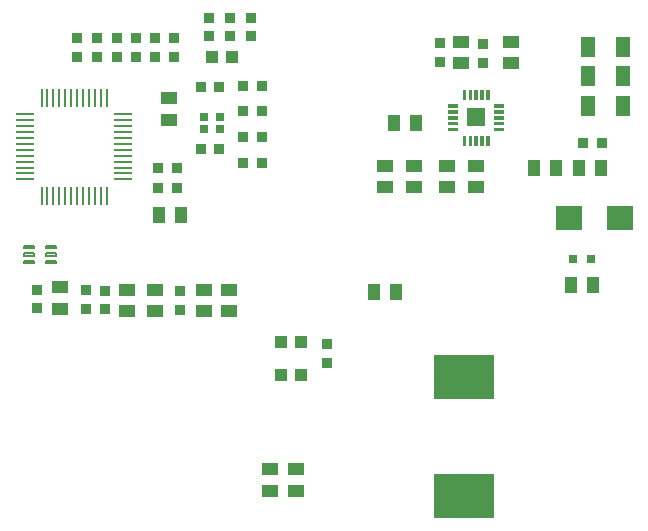
<source format=gbr>
G04 EAGLE Gerber RS-274X export*
G75*
%MOIN*%
%FSLAX34Y34*%
%LPD*%
%INSolderpaste Top*%
%IPPOS*%
%AMOC8*
5,1,8,0,0,1.08239X$1,22.5*%
G01*
G04 Define Apertures*
%ADD10R,0.011024X0.061417*%
%ADD11R,0.061417X0.011024*%
%ADD12C,0.007677*%
%ADD13R,0.055913X0.040598*%
%ADD14R,0.038197X0.036256*%
%ADD15R,0.036256X0.038197*%
%ADD16R,0.029528X0.027559*%
%ADD17R,0.043307X0.039370*%
%ADD18R,0.040598X0.055913*%
%ADD19R,0.064567X0.064567*%
%ADD20C,0.002559*%
%ADD21R,0.045850X0.071469*%
%ADD22R,0.089764X0.083465*%
%ADD23R,0.204724X0.147638*%
%ADD24R,0.031496X0.031496*%
D10*
X2264Y14890D03*
X2461Y14890D03*
X2657Y14890D03*
X2854Y14890D03*
X3051Y14890D03*
X3248Y14890D03*
X3445Y14890D03*
X3642Y14890D03*
X3839Y14890D03*
X4035Y14890D03*
X4232Y14890D03*
X4429Y14890D03*
D11*
X4992Y15453D03*
X4992Y15650D03*
X4992Y15846D03*
X4992Y16043D03*
X4992Y16240D03*
X4992Y16437D03*
X4992Y16634D03*
X4992Y16831D03*
X4992Y17028D03*
X4992Y17224D03*
X4992Y17421D03*
X4992Y17618D03*
D10*
X4429Y18181D03*
X4232Y18181D03*
X4035Y18181D03*
X3839Y18181D03*
X3642Y18181D03*
X3445Y18181D03*
X3248Y18181D03*
X3051Y18181D03*
X2854Y18181D03*
X2657Y18181D03*
X2461Y18181D03*
X2264Y18181D03*
D11*
X1701Y17618D03*
X1701Y17421D03*
X1701Y17224D03*
X1701Y17028D03*
X1701Y16831D03*
X1701Y16634D03*
X1701Y16437D03*
X1701Y16240D03*
X1701Y16043D03*
X1701Y15846D03*
X1701Y15650D03*
X1701Y15453D03*
D12*
X1667Y13170D02*
X2007Y13170D01*
X1667Y13170D02*
X1667Y13248D01*
X2007Y13248D01*
X2007Y13170D01*
X2007Y13243D02*
X1667Y13243D01*
X1667Y12914D02*
X2007Y12914D01*
X1667Y12914D02*
X1667Y12992D01*
X2007Y12992D01*
X2007Y12914D01*
X2007Y12987D02*
X1667Y12987D01*
X1667Y12658D02*
X2007Y12658D01*
X1667Y12658D02*
X1667Y12736D01*
X2007Y12736D01*
X2007Y12658D01*
X2007Y12731D02*
X1667Y12731D01*
X2403Y12658D02*
X2743Y12658D01*
X2403Y12658D02*
X2403Y12736D01*
X2743Y12736D01*
X2743Y12658D01*
X2743Y12731D02*
X2403Y12731D01*
X2403Y12914D02*
X2743Y12914D01*
X2403Y12914D02*
X2403Y12992D01*
X2743Y12992D01*
X2743Y12914D01*
X2743Y12987D02*
X2403Y12987D01*
X2403Y13170D02*
X2743Y13170D01*
X2403Y13170D02*
X2403Y13248D01*
X2743Y13248D01*
X2743Y13170D01*
X2743Y13243D02*
X2403Y13243D01*
D13*
X9882Y5071D03*
X9882Y5795D03*
X10748Y5071D03*
X10748Y5795D03*
D14*
X3740Y11143D03*
X3740Y11753D03*
X4370Y11134D03*
X4370Y11744D03*
X2126Y11161D03*
X2126Y11771D03*
D15*
X8986Y16001D03*
X9596Y16001D03*
D14*
X4764Y19548D03*
X4764Y20158D03*
X7835Y20218D03*
X7835Y20827D03*
X4099Y19548D03*
X4099Y20158D03*
D15*
X8986Y17717D03*
X9596Y17717D03*
D14*
X5423Y19548D03*
X5423Y20158D03*
X9229Y20218D03*
X9229Y20827D03*
X6695Y19548D03*
X6695Y20158D03*
X6051Y19548D03*
X6051Y20158D03*
X8557Y20218D03*
X8557Y20827D03*
X3443Y19548D03*
X3443Y20158D03*
D16*
X8219Y17126D03*
X7687Y17126D03*
X7687Y17520D03*
X8219Y17520D03*
D15*
X7569Y16457D03*
X8179Y16457D03*
X7569Y18543D03*
X8179Y18543D03*
X6162Y15827D03*
X6772Y15827D03*
X6162Y15160D03*
X6772Y15160D03*
D17*
X8602Y19528D03*
X7933Y19528D03*
D15*
X8986Y16866D03*
X9596Y16866D03*
X8986Y18561D03*
X9596Y18561D03*
D14*
X6890Y11112D03*
X6890Y11722D03*
D13*
X2874Y11858D03*
X2874Y11134D03*
X5119Y11779D03*
X5119Y11055D03*
X8504Y11778D03*
X8504Y11054D03*
X7677Y11778D03*
X7677Y11054D03*
X6042Y11055D03*
X6042Y11779D03*
D18*
X6897Y14252D03*
X6173Y14252D03*
D13*
X6513Y17436D03*
X6513Y18160D03*
D19*
X16732Y17520D03*
D20*
X15818Y17875D02*
X15818Y17951D01*
X16122Y17951D01*
X16122Y17875D01*
X15818Y17875D01*
X15818Y17900D02*
X16122Y17900D01*
X16122Y17925D02*
X15818Y17925D01*
X15818Y17950D02*
X16122Y17950D01*
X15818Y17755D02*
X15818Y17679D01*
X15818Y17755D02*
X16122Y17755D01*
X16122Y17679D01*
X15818Y17679D01*
X15818Y17704D02*
X16122Y17704D01*
X16122Y17729D02*
X15818Y17729D01*
X15818Y17754D02*
X16122Y17754D01*
X15818Y17558D02*
X15818Y17482D01*
X15818Y17558D02*
X16122Y17558D01*
X16122Y17482D01*
X15818Y17482D01*
X15818Y17507D02*
X16122Y17507D01*
X16122Y17532D02*
X15818Y17532D01*
X15818Y17557D02*
X16122Y17557D01*
X15818Y17361D02*
X15818Y17285D01*
X15818Y17361D02*
X16122Y17361D01*
X16122Y17285D01*
X15818Y17285D01*
X15818Y17310D02*
X16122Y17310D01*
X16122Y17335D02*
X15818Y17335D01*
X15818Y17360D02*
X16122Y17360D01*
X15818Y17164D02*
X15818Y17088D01*
X15818Y17164D02*
X16122Y17164D01*
X16122Y17088D01*
X15818Y17088D01*
X15818Y17113D02*
X16122Y17113D01*
X16122Y17138D02*
X15818Y17138D01*
X15818Y17163D02*
X16122Y17163D01*
X17342Y17164D02*
X17342Y17088D01*
X17342Y17164D02*
X17646Y17164D01*
X17646Y17088D01*
X17342Y17088D01*
X17342Y17113D02*
X17646Y17113D01*
X17646Y17138D02*
X17342Y17138D01*
X17342Y17163D02*
X17646Y17163D01*
X17342Y17285D02*
X17342Y17361D01*
X17646Y17361D01*
X17646Y17285D01*
X17342Y17285D01*
X17342Y17310D02*
X17646Y17310D01*
X17646Y17335D02*
X17342Y17335D01*
X17342Y17360D02*
X17646Y17360D01*
X17342Y17482D02*
X17342Y17558D01*
X17646Y17558D01*
X17646Y17482D01*
X17342Y17482D01*
X17342Y17507D02*
X17646Y17507D01*
X17646Y17532D02*
X17342Y17532D01*
X17342Y17557D02*
X17646Y17557D01*
X17342Y17679D02*
X17342Y17755D01*
X17646Y17755D01*
X17646Y17679D01*
X17342Y17679D01*
X17342Y17704D02*
X17646Y17704D01*
X17646Y17729D02*
X17342Y17729D01*
X17342Y17754D02*
X17646Y17754D01*
X17342Y17875D02*
X17342Y17951D01*
X17646Y17951D01*
X17646Y17875D01*
X17342Y17875D01*
X17342Y17900D02*
X17646Y17900D01*
X17646Y17925D02*
X17342Y17925D01*
X17342Y17950D02*
X17646Y17950D01*
X17088Y18129D02*
X17088Y18433D01*
X17164Y18433D01*
X17164Y18129D01*
X17088Y18129D01*
X17088Y18154D02*
X17164Y18154D01*
X17164Y18179D02*
X17088Y18179D01*
X17088Y18204D02*
X17164Y18204D01*
X17164Y18229D02*
X17088Y18229D01*
X17088Y18254D02*
X17164Y18254D01*
X17164Y18279D02*
X17088Y18279D01*
X17088Y18304D02*
X17164Y18304D01*
X17164Y18329D02*
X17088Y18329D01*
X17088Y18354D02*
X17164Y18354D01*
X17164Y18379D02*
X17088Y18379D01*
X17088Y18404D02*
X17164Y18404D01*
X17164Y18429D02*
X17088Y18429D01*
X16891Y18433D02*
X16891Y18129D01*
X16891Y18433D02*
X16967Y18433D01*
X16967Y18129D01*
X16891Y18129D01*
X16891Y18154D02*
X16967Y18154D01*
X16967Y18179D02*
X16891Y18179D01*
X16891Y18204D02*
X16967Y18204D01*
X16967Y18229D02*
X16891Y18229D01*
X16891Y18254D02*
X16967Y18254D01*
X16967Y18279D02*
X16891Y18279D01*
X16891Y18304D02*
X16967Y18304D01*
X16967Y18329D02*
X16891Y18329D01*
X16891Y18354D02*
X16967Y18354D01*
X16967Y18379D02*
X16891Y18379D01*
X16891Y18404D02*
X16967Y18404D01*
X16967Y18429D02*
X16891Y18429D01*
X16694Y18433D02*
X16694Y18129D01*
X16694Y18433D02*
X16770Y18433D01*
X16770Y18129D01*
X16694Y18129D01*
X16694Y18154D02*
X16770Y18154D01*
X16770Y18179D02*
X16694Y18179D01*
X16694Y18204D02*
X16770Y18204D01*
X16770Y18229D02*
X16694Y18229D01*
X16694Y18254D02*
X16770Y18254D01*
X16770Y18279D02*
X16694Y18279D01*
X16694Y18304D02*
X16770Y18304D01*
X16770Y18329D02*
X16694Y18329D01*
X16694Y18354D02*
X16770Y18354D01*
X16770Y18379D02*
X16694Y18379D01*
X16694Y18404D02*
X16770Y18404D01*
X16770Y18429D02*
X16694Y18429D01*
X16497Y18433D02*
X16497Y18129D01*
X16497Y18433D02*
X16573Y18433D01*
X16573Y18129D01*
X16497Y18129D01*
X16497Y18154D02*
X16573Y18154D01*
X16573Y18179D02*
X16497Y18179D01*
X16497Y18204D02*
X16573Y18204D01*
X16573Y18229D02*
X16497Y18229D01*
X16497Y18254D02*
X16573Y18254D01*
X16573Y18279D02*
X16497Y18279D01*
X16497Y18304D02*
X16573Y18304D01*
X16573Y18329D02*
X16497Y18329D01*
X16497Y18354D02*
X16573Y18354D01*
X16573Y18379D02*
X16497Y18379D01*
X16497Y18404D02*
X16573Y18404D01*
X16573Y18429D02*
X16497Y18429D01*
X16301Y18433D02*
X16301Y18129D01*
X16301Y18433D02*
X16377Y18433D01*
X16377Y18129D01*
X16301Y18129D01*
X16301Y18154D02*
X16377Y18154D01*
X16377Y18179D02*
X16301Y18179D01*
X16301Y18204D02*
X16377Y18204D01*
X16377Y18229D02*
X16301Y18229D01*
X16301Y18254D02*
X16377Y18254D01*
X16377Y18279D02*
X16301Y18279D01*
X16301Y18304D02*
X16377Y18304D01*
X16377Y18329D02*
X16301Y18329D01*
X16301Y18354D02*
X16377Y18354D01*
X16377Y18379D02*
X16301Y18379D01*
X16301Y18404D02*
X16377Y18404D01*
X16377Y18429D02*
X16301Y18429D01*
X16301Y16910D02*
X16301Y16606D01*
X16301Y16910D02*
X16377Y16910D01*
X16377Y16606D01*
X16301Y16606D01*
X16301Y16631D02*
X16377Y16631D01*
X16377Y16656D02*
X16301Y16656D01*
X16301Y16681D02*
X16377Y16681D01*
X16377Y16706D02*
X16301Y16706D01*
X16301Y16731D02*
X16377Y16731D01*
X16377Y16756D02*
X16301Y16756D01*
X16301Y16781D02*
X16377Y16781D01*
X16377Y16806D02*
X16301Y16806D01*
X16301Y16831D02*
X16377Y16831D01*
X16377Y16856D02*
X16301Y16856D01*
X16301Y16881D02*
X16377Y16881D01*
X16377Y16906D02*
X16301Y16906D01*
X16497Y16910D02*
X16497Y16606D01*
X16497Y16910D02*
X16573Y16910D01*
X16573Y16606D01*
X16497Y16606D01*
X16497Y16631D02*
X16573Y16631D01*
X16573Y16656D02*
X16497Y16656D01*
X16497Y16681D02*
X16573Y16681D01*
X16573Y16706D02*
X16497Y16706D01*
X16497Y16731D02*
X16573Y16731D01*
X16573Y16756D02*
X16497Y16756D01*
X16497Y16781D02*
X16573Y16781D01*
X16573Y16806D02*
X16497Y16806D01*
X16497Y16831D02*
X16573Y16831D01*
X16573Y16856D02*
X16497Y16856D01*
X16497Y16881D02*
X16573Y16881D01*
X16573Y16906D02*
X16497Y16906D01*
X16694Y16910D02*
X16694Y16606D01*
X16694Y16910D02*
X16770Y16910D01*
X16770Y16606D01*
X16694Y16606D01*
X16694Y16631D02*
X16770Y16631D01*
X16770Y16656D02*
X16694Y16656D01*
X16694Y16681D02*
X16770Y16681D01*
X16770Y16706D02*
X16694Y16706D01*
X16694Y16731D02*
X16770Y16731D01*
X16770Y16756D02*
X16694Y16756D01*
X16694Y16781D02*
X16770Y16781D01*
X16770Y16806D02*
X16694Y16806D01*
X16694Y16831D02*
X16770Y16831D01*
X16770Y16856D02*
X16694Y16856D01*
X16694Y16881D02*
X16770Y16881D01*
X16770Y16906D02*
X16694Y16906D01*
X16891Y16910D02*
X16891Y16606D01*
X16891Y16910D02*
X16967Y16910D01*
X16967Y16606D01*
X16891Y16606D01*
X16891Y16631D02*
X16967Y16631D01*
X16967Y16656D02*
X16891Y16656D01*
X16891Y16681D02*
X16967Y16681D01*
X16967Y16706D02*
X16891Y16706D01*
X16891Y16731D02*
X16967Y16731D01*
X16967Y16756D02*
X16891Y16756D01*
X16891Y16781D02*
X16967Y16781D01*
X16967Y16806D02*
X16891Y16806D01*
X16891Y16831D02*
X16967Y16831D01*
X16967Y16856D02*
X16891Y16856D01*
X16891Y16881D02*
X16967Y16881D01*
X16967Y16906D02*
X16891Y16906D01*
X17088Y16910D02*
X17088Y16606D01*
X17088Y16910D02*
X17164Y16910D01*
X17164Y16606D01*
X17088Y16606D01*
X17088Y16631D02*
X17164Y16631D01*
X17164Y16656D02*
X17088Y16656D01*
X17088Y16681D02*
X17164Y16681D01*
X17164Y16706D02*
X17088Y16706D01*
X17088Y16731D02*
X17164Y16731D01*
X17164Y16756D02*
X17088Y16756D01*
X17088Y16781D02*
X17164Y16781D01*
X17164Y16806D02*
X17088Y16806D01*
X17088Y16831D02*
X17164Y16831D01*
X17164Y16856D02*
X17088Y16856D01*
X17088Y16881D02*
X17164Y16881D01*
X17164Y16906D02*
X17088Y16906D01*
D14*
X16969Y19341D03*
X16969Y19951D03*
D13*
X16260Y20047D03*
X16260Y19323D03*
D18*
X14008Y17323D03*
X14732Y17323D03*
D13*
X13701Y15189D03*
X13701Y15913D03*
X14678Y15189D03*
X14678Y15913D03*
X15787Y15189D03*
X15787Y15913D03*
X16732Y15913D03*
X16732Y15189D03*
X17913Y19323D03*
X17913Y20047D03*
D18*
X20189Y15827D03*
X20913Y15827D03*
X18693Y15827D03*
X19417Y15827D03*
D14*
X15551Y19380D03*
X15551Y19990D03*
D21*
X21644Y17913D03*
X20482Y17913D03*
X21644Y18898D03*
X20482Y18898D03*
X21644Y19882D03*
X20482Y19882D03*
D15*
X20325Y16654D03*
X20935Y16654D03*
D14*
X11772Y9951D03*
X11772Y9341D03*
D22*
X19833Y14173D03*
X21538Y14173D03*
D23*
X16339Y8870D03*
X16339Y4893D03*
D18*
X13339Y11693D03*
X14063Y11693D03*
D17*
X10256Y8937D03*
X10925Y8937D03*
X10256Y10039D03*
X10925Y10039D03*
D24*
X20571Y12795D03*
X19980Y12795D03*
D18*
X20638Y11929D03*
X19914Y11929D03*
M02*

</source>
